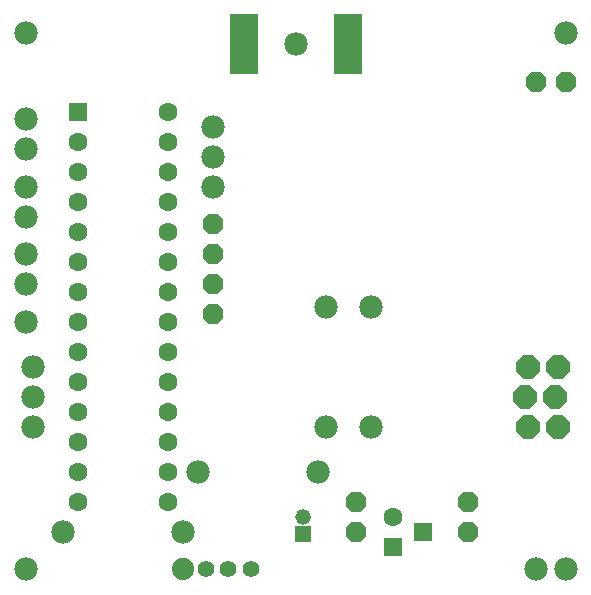
<source format=gbs>
G75*
%MOIN*%
%OFA0B0*%
%FSLAX24Y24*%
%IPPOS*%
%LPD*%
%AMOC8*
5,1,8,0,0,1.08239X$1,22.5*
%
%ADD10C,0.0555*%
%ADD11OC8,0.0780*%
%ADD12C,0.0780*%
%ADD13R,0.0630X0.0630*%
%ADD14C,0.0630*%
%ADD15R,0.0520X0.0520*%
%ADD16C,0.0520*%
%ADD17OC8,0.0670*%
%ADD18R,0.0940X0.2040*%
%ADD19C,0.0740*%
D10*
X007430Y001930D03*
X008180Y001930D03*
X008930Y001930D03*
D11*
X018080Y007680D03*
X018180Y006680D03*
X019180Y006680D03*
X019080Y007680D03*
X019180Y008680D03*
X018180Y008680D03*
D12*
X001430Y001930D03*
X002680Y003180D03*
X001680Y006680D03*
X001680Y007680D03*
X001680Y008680D03*
X001430Y010180D03*
X001430Y011430D03*
X001430Y012430D03*
X001430Y013680D03*
X001430Y014680D03*
X001430Y015930D03*
X001430Y016930D03*
X001430Y019805D03*
X007680Y016680D03*
X007680Y015680D03*
X007680Y014680D03*
X011430Y010680D03*
X012930Y010680D03*
X012930Y006680D03*
X011430Y006680D03*
X011180Y005180D03*
X007180Y005180D03*
X006680Y003180D03*
X018430Y001930D03*
X019430Y001930D03*
X010430Y019430D03*
X019430Y019805D03*
D13*
X014680Y003180D03*
X013680Y002680D03*
X003180Y017180D03*
D14*
X003180Y016180D03*
X003180Y015180D03*
X003180Y014180D03*
X003180Y013180D03*
X003180Y012180D03*
X003180Y011180D03*
X003180Y010180D03*
X003180Y009180D03*
X003180Y008180D03*
X003180Y007180D03*
X003180Y006180D03*
X003180Y005180D03*
X003180Y004180D03*
X006180Y004180D03*
X006180Y005180D03*
X006180Y006180D03*
X006180Y007180D03*
X006180Y008180D03*
X006180Y009180D03*
X006180Y010180D03*
X006180Y011180D03*
X006180Y012180D03*
X006180Y013180D03*
X006180Y014180D03*
X006180Y015180D03*
X006180Y016180D03*
X006180Y017180D03*
X013680Y003680D03*
D15*
X010680Y003090D03*
D16*
X010680Y003680D03*
D17*
X012430Y003180D03*
X012430Y004180D03*
X016180Y004180D03*
X016180Y003180D03*
X007680Y010430D03*
X007680Y011430D03*
X007680Y012430D03*
X007680Y013430D03*
X018430Y018180D03*
X019430Y018180D03*
D18*
X012170Y019420D03*
X008690Y019420D03*
D19*
X006680Y001930D03*
M02*

</source>
